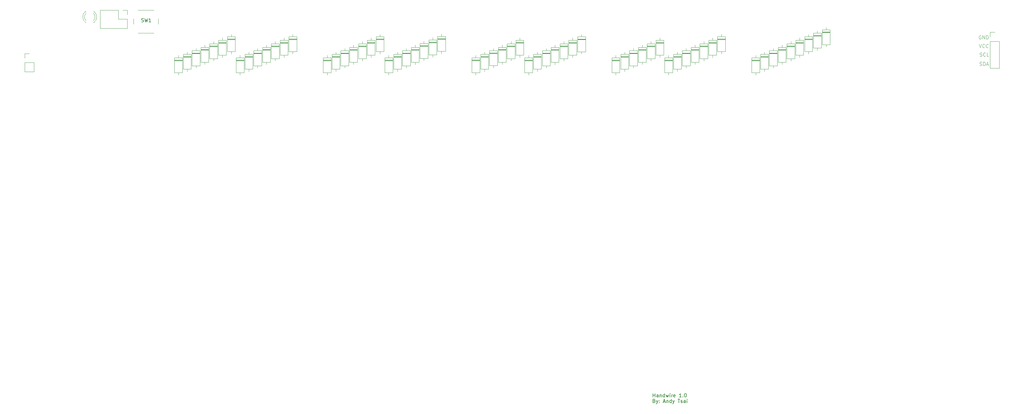
<source format=gto>
%TF.GenerationSoftware,KiCad,Pcbnew,(6.0.0)*%
%TF.CreationDate,2022-09-10T03:34:01-07:00*%
%TF.ProjectId,HandwireCustom,48616e64-7769-4726-9543-7573746f6d2e,rev?*%
%TF.SameCoordinates,Original*%
%TF.FileFunction,Legend,Top*%
%TF.FilePolarity,Positive*%
%FSLAX46Y46*%
G04 Gerber Fmt 4.6, Leading zero omitted, Abs format (unit mm)*
G04 Created by KiCad (PCBNEW (6.0.0)) date 2022-09-10 03:34:01*
%MOMM*%
%LPD*%
G01*
G04 APERTURE LIST*
%ADD10C,0.100000*%
%ADD11C,0.150000*%
%ADD12C,0.120000*%
%ADD13C,1.750000*%
%ADD14C,3.000000*%
%ADD15C,3.987800*%
%ADD16R,1.600000X1.600000*%
%ADD17O,1.600000X1.600000*%
%ADD18C,3.048000*%
%ADD19R,1.700000X1.700000*%
%ADD20O,1.700000X1.700000*%
%ADD21C,2.000000*%
%ADD22C,2.200000*%
%ADD23R,1.800000X1.800000*%
%ADD24C,1.800000*%
%ADD25R,1.905000X2.000000*%
%ADD26O,1.905000X2.000000*%
%ADD27C,0.650000*%
%ADD28O,1.000000X2.100000*%
%ADD29O,1.000000X1.600000*%
G04 APERTURE END LIST*
D10*
X341385714Y-101054761D02*
X341528571Y-101102380D01*
X341766666Y-101102380D01*
X341861904Y-101054761D01*
X341909523Y-101007142D01*
X341957142Y-100911904D01*
X341957142Y-100816666D01*
X341909523Y-100721428D01*
X341861904Y-100673809D01*
X341766666Y-100626190D01*
X341576190Y-100578571D01*
X341480952Y-100530952D01*
X341433333Y-100483333D01*
X341385714Y-100388095D01*
X341385714Y-100292857D01*
X341433333Y-100197619D01*
X341480952Y-100150000D01*
X341576190Y-100102380D01*
X341814285Y-100102380D01*
X341957142Y-100150000D01*
X342385714Y-101102380D02*
X342385714Y-100102380D01*
X342623809Y-100102380D01*
X342766666Y-100150000D01*
X342861904Y-100245238D01*
X342909523Y-100340476D01*
X342957142Y-100530952D01*
X342957142Y-100673809D01*
X342909523Y-100864285D01*
X342861904Y-100959523D01*
X342766666Y-101054761D01*
X342623809Y-101102380D01*
X342385714Y-101102380D01*
X343338095Y-100816666D02*
X343814285Y-100816666D01*
X343242857Y-101102380D02*
X343576190Y-100102380D01*
X343909523Y-101102380D01*
X341216666Y-95002380D02*
X341550000Y-96002380D01*
X341883333Y-95002380D01*
X342788095Y-95907142D02*
X342740476Y-95954761D01*
X342597619Y-96002380D01*
X342502380Y-96002380D01*
X342359523Y-95954761D01*
X342264285Y-95859523D01*
X342216666Y-95764285D01*
X342169047Y-95573809D01*
X342169047Y-95430952D01*
X342216666Y-95240476D01*
X342264285Y-95145238D01*
X342359523Y-95050000D01*
X342502380Y-95002380D01*
X342597619Y-95002380D01*
X342740476Y-95050000D01*
X342788095Y-95097619D01*
X343788095Y-95907142D02*
X343740476Y-95954761D01*
X343597619Y-96002380D01*
X343502380Y-96002380D01*
X343359523Y-95954761D01*
X343264285Y-95859523D01*
X343216666Y-95764285D01*
X343169047Y-95573809D01*
X343169047Y-95430952D01*
X343216666Y-95240476D01*
X343264285Y-95145238D01*
X343359523Y-95050000D01*
X343502380Y-95002380D01*
X343597619Y-95002380D01*
X343740476Y-95050000D01*
X343788095Y-95097619D01*
X341738095Y-92600000D02*
X341642857Y-92552380D01*
X341500000Y-92552380D01*
X341357142Y-92600000D01*
X341261904Y-92695238D01*
X341214285Y-92790476D01*
X341166666Y-92980952D01*
X341166666Y-93123809D01*
X341214285Y-93314285D01*
X341261904Y-93409523D01*
X341357142Y-93504761D01*
X341500000Y-93552380D01*
X341595238Y-93552380D01*
X341738095Y-93504761D01*
X341785714Y-93457142D01*
X341785714Y-93123809D01*
X341595238Y-93123809D01*
X342214285Y-93552380D02*
X342214285Y-92552380D01*
X342785714Y-93552380D01*
X342785714Y-92552380D01*
X343261904Y-93552380D02*
X343261904Y-92552380D01*
X343500000Y-92552380D01*
X343642857Y-92600000D01*
X343738095Y-92695238D01*
X343785714Y-92790476D01*
X343833333Y-92980952D01*
X343833333Y-93123809D01*
X343785714Y-93314285D01*
X343738095Y-93409523D01*
X343642857Y-93504761D01*
X343500000Y-93552380D01*
X343261904Y-93552380D01*
D11*
X248585595Y-195397380D02*
X248585595Y-194397380D01*
X248585595Y-194873571D02*
X249157023Y-194873571D01*
X249157023Y-195397380D02*
X249157023Y-194397380D01*
X250061785Y-195397380D02*
X250061785Y-194873571D01*
X250014166Y-194778333D01*
X249918928Y-194730714D01*
X249728452Y-194730714D01*
X249633214Y-194778333D01*
X250061785Y-195349761D02*
X249966547Y-195397380D01*
X249728452Y-195397380D01*
X249633214Y-195349761D01*
X249585595Y-195254523D01*
X249585595Y-195159285D01*
X249633214Y-195064047D01*
X249728452Y-195016428D01*
X249966547Y-195016428D01*
X250061785Y-194968809D01*
X250537976Y-194730714D02*
X250537976Y-195397380D01*
X250537976Y-194825952D02*
X250585595Y-194778333D01*
X250680833Y-194730714D01*
X250823690Y-194730714D01*
X250918928Y-194778333D01*
X250966547Y-194873571D01*
X250966547Y-195397380D01*
X251871309Y-195397380D02*
X251871309Y-194397380D01*
X251871309Y-195349761D02*
X251776071Y-195397380D01*
X251585595Y-195397380D01*
X251490357Y-195349761D01*
X251442738Y-195302142D01*
X251395119Y-195206904D01*
X251395119Y-194921190D01*
X251442738Y-194825952D01*
X251490357Y-194778333D01*
X251585595Y-194730714D01*
X251776071Y-194730714D01*
X251871309Y-194778333D01*
X252252261Y-194730714D02*
X252442738Y-195397380D01*
X252633214Y-194921190D01*
X252823690Y-195397380D01*
X253014166Y-194730714D01*
X253395119Y-195397380D02*
X253395119Y-194730714D01*
X253395119Y-194397380D02*
X253347500Y-194445000D01*
X253395119Y-194492619D01*
X253442738Y-194445000D01*
X253395119Y-194397380D01*
X253395119Y-194492619D01*
X253871309Y-195397380D02*
X253871309Y-194730714D01*
X253871309Y-194921190D02*
X253918928Y-194825952D01*
X253966547Y-194778333D01*
X254061785Y-194730714D01*
X254157023Y-194730714D01*
X254871309Y-195349761D02*
X254776071Y-195397380D01*
X254585595Y-195397380D01*
X254490357Y-195349761D01*
X254442738Y-195254523D01*
X254442738Y-194873571D01*
X254490357Y-194778333D01*
X254585595Y-194730714D01*
X254776071Y-194730714D01*
X254871309Y-194778333D01*
X254918928Y-194873571D01*
X254918928Y-194968809D01*
X254442738Y-195064047D01*
X256633214Y-195397380D02*
X256061785Y-195397380D01*
X256347500Y-195397380D02*
X256347500Y-194397380D01*
X256252261Y-194540238D01*
X256157023Y-194635476D01*
X256061785Y-194683095D01*
X257061785Y-195302142D02*
X257109404Y-195349761D01*
X257061785Y-195397380D01*
X257014166Y-195349761D01*
X257061785Y-195302142D01*
X257061785Y-195397380D01*
X257728452Y-194397380D02*
X257823690Y-194397380D01*
X257918928Y-194445000D01*
X257966547Y-194492619D01*
X258014166Y-194587857D01*
X258061785Y-194778333D01*
X258061785Y-195016428D01*
X258014166Y-195206904D01*
X257966547Y-195302142D01*
X257918928Y-195349761D01*
X257823690Y-195397380D01*
X257728452Y-195397380D01*
X257633214Y-195349761D01*
X257585595Y-195302142D01*
X257537976Y-195206904D01*
X257490357Y-195016428D01*
X257490357Y-194778333D01*
X257537976Y-194587857D01*
X257585595Y-194492619D01*
X257633214Y-194445000D01*
X257728452Y-194397380D01*
X248918928Y-196483571D02*
X249061785Y-196531190D01*
X249109404Y-196578809D01*
X249157023Y-196674047D01*
X249157023Y-196816904D01*
X249109404Y-196912142D01*
X249061785Y-196959761D01*
X248966547Y-197007380D01*
X248585595Y-197007380D01*
X248585595Y-196007380D01*
X248918928Y-196007380D01*
X249014166Y-196055000D01*
X249061785Y-196102619D01*
X249109404Y-196197857D01*
X249109404Y-196293095D01*
X249061785Y-196388333D01*
X249014166Y-196435952D01*
X248918928Y-196483571D01*
X248585595Y-196483571D01*
X249490357Y-196340714D02*
X249728452Y-197007380D01*
X249966547Y-196340714D02*
X249728452Y-197007380D01*
X249633214Y-197245476D01*
X249585595Y-197293095D01*
X249490357Y-197340714D01*
X250347500Y-196912142D02*
X250395119Y-196959761D01*
X250347500Y-197007380D01*
X250299880Y-196959761D01*
X250347500Y-196912142D01*
X250347500Y-197007380D01*
X250347500Y-196388333D02*
X250395119Y-196435952D01*
X250347500Y-196483571D01*
X250299880Y-196435952D01*
X250347500Y-196388333D01*
X250347500Y-196483571D01*
X251537976Y-196721666D02*
X252014166Y-196721666D01*
X251442738Y-197007380D02*
X251776071Y-196007380D01*
X252109404Y-197007380D01*
X252442738Y-196340714D02*
X252442738Y-197007380D01*
X252442738Y-196435952D02*
X252490357Y-196388333D01*
X252585595Y-196340714D01*
X252728452Y-196340714D01*
X252823690Y-196388333D01*
X252871309Y-196483571D01*
X252871309Y-197007380D01*
X253776071Y-197007380D02*
X253776071Y-196007380D01*
X253776071Y-196959761D02*
X253680833Y-197007380D01*
X253490357Y-197007380D01*
X253395119Y-196959761D01*
X253347500Y-196912142D01*
X253299880Y-196816904D01*
X253299880Y-196531190D01*
X253347500Y-196435952D01*
X253395119Y-196388333D01*
X253490357Y-196340714D01*
X253680833Y-196340714D01*
X253776071Y-196388333D01*
X254157023Y-196340714D02*
X254395119Y-197007380D01*
X254633214Y-196340714D02*
X254395119Y-197007380D01*
X254299880Y-197245476D01*
X254252261Y-197293095D01*
X254157023Y-197340714D01*
X255633214Y-196007380D02*
X256204642Y-196007380D01*
X255918928Y-197007380D02*
X255918928Y-196007380D01*
X256490357Y-196959761D02*
X256585595Y-197007380D01*
X256776071Y-197007380D01*
X256871309Y-196959761D01*
X256918928Y-196864523D01*
X256918928Y-196816904D01*
X256871309Y-196721666D01*
X256776071Y-196674047D01*
X256633214Y-196674047D01*
X256537976Y-196626428D01*
X256490357Y-196531190D01*
X256490357Y-196483571D01*
X256537976Y-196388333D01*
X256633214Y-196340714D01*
X256776071Y-196340714D01*
X256871309Y-196388333D01*
X257776071Y-197007380D02*
X257776071Y-196483571D01*
X257728452Y-196388333D01*
X257633214Y-196340714D01*
X257442738Y-196340714D01*
X257347500Y-196388333D01*
X257776071Y-196959761D02*
X257680833Y-197007380D01*
X257442738Y-197007380D01*
X257347500Y-196959761D01*
X257299880Y-196864523D01*
X257299880Y-196769285D01*
X257347500Y-196674047D01*
X257442738Y-196626428D01*
X257680833Y-196626428D01*
X257776071Y-196578809D01*
X258252261Y-197007380D02*
X258252261Y-196340714D01*
X258252261Y-196007380D02*
X258204642Y-196055000D01*
X258252261Y-196102619D01*
X258299880Y-196055000D01*
X258252261Y-196007380D01*
X258252261Y-196102619D01*
D10*
X341434523Y-98404761D02*
X341577380Y-98452380D01*
X341815476Y-98452380D01*
X341910714Y-98404761D01*
X341958333Y-98357142D01*
X342005952Y-98261904D01*
X342005952Y-98166666D01*
X341958333Y-98071428D01*
X341910714Y-98023809D01*
X341815476Y-97976190D01*
X341625000Y-97928571D01*
X341529761Y-97880952D01*
X341482142Y-97833333D01*
X341434523Y-97738095D01*
X341434523Y-97642857D01*
X341482142Y-97547619D01*
X341529761Y-97500000D01*
X341625000Y-97452380D01*
X341863095Y-97452380D01*
X342005952Y-97500000D01*
X343005952Y-98357142D02*
X342958333Y-98404761D01*
X342815476Y-98452380D01*
X342720238Y-98452380D01*
X342577380Y-98404761D01*
X342482142Y-98309523D01*
X342434523Y-98214285D01*
X342386904Y-98023809D01*
X342386904Y-97880952D01*
X342434523Y-97690476D01*
X342482142Y-97595238D01*
X342577380Y-97500000D01*
X342720238Y-97452380D01*
X342815476Y-97452380D01*
X342958333Y-97500000D01*
X343005952Y-97547619D01*
X343910714Y-98452380D02*
X343434523Y-98452380D01*
X343434523Y-97452380D01*
D11*
X103266666Y-88629761D02*
X103409523Y-88677380D01*
X103647619Y-88677380D01*
X103742857Y-88629761D01*
X103790476Y-88582142D01*
X103838095Y-88486904D01*
X103838095Y-88391666D01*
X103790476Y-88296428D01*
X103742857Y-88248809D01*
X103647619Y-88201190D01*
X103457142Y-88153571D01*
X103361904Y-88105952D01*
X103314285Y-88058333D01*
X103266666Y-87963095D01*
X103266666Y-87867857D01*
X103314285Y-87772619D01*
X103361904Y-87725000D01*
X103457142Y-87677380D01*
X103695238Y-87677380D01*
X103838095Y-87725000D01*
X104171428Y-87677380D02*
X104409523Y-88677380D01*
X104600000Y-87963095D01*
X104790476Y-88677380D01*
X105028571Y-87677380D01*
X105933333Y-88677380D02*
X105361904Y-88677380D01*
X105647619Y-88677380D02*
X105647619Y-87677380D01*
X105552380Y-87820238D01*
X105457142Y-87915476D01*
X105361904Y-87963095D01*
D12*
X264120000Y-95600000D02*
X261880000Y-95600000D01*
X264120000Y-95480000D02*
X261880000Y-95480000D01*
X264120000Y-99120000D02*
X264120000Y-94880000D01*
X263000000Y-94230000D02*
X263000000Y-94880000D01*
X261880000Y-99120000D02*
X264120000Y-99120000D01*
X263000000Y-99770000D02*
X263000000Y-99120000D01*
X261880000Y-94880000D02*
X261880000Y-99120000D01*
X264120000Y-94880000D02*
X261880000Y-94880000D01*
X264120000Y-95720000D02*
X261880000Y-95720000D01*
X285240000Y-100770000D02*
X285240000Y-100120000D01*
X286360000Y-100120000D02*
X286360000Y-95880000D01*
X286360000Y-96480000D02*
X284120000Y-96480000D01*
X286360000Y-96720000D02*
X284120000Y-96720000D01*
X284120000Y-100120000D02*
X286360000Y-100120000D01*
X286360000Y-96600000D02*
X284120000Y-96600000D01*
X286360000Y-95880000D02*
X284120000Y-95880000D01*
X285240000Y-95230000D02*
X285240000Y-95880000D01*
X284120000Y-95880000D02*
X284120000Y-100120000D01*
X141240000Y-99760000D02*
X141240000Y-99110000D01*
X141240000Y-94220000D02*
X141240000Y-94870000D01*
X140120000Y-94870000D02*
X140120000Y-99110000D01*
X142360000Y-94870000D02*
X140120000Y-94870000D01*
X142360000Y-95710000D02*
X140120000Y-95710000D01*
X142360000Y-99110000D02*
X142360000Y-94870000D01*
X142360000Y-95590000D02*
X140120000Y-95590000D01*
X140120000Y-99110000D02*
X142360000Y-99110000D01*
X142360000Y-95470000D02*
X140120000Y-95470000D01*
X288860000Y-95480000D02*
X286620000Y-95480000D01*
X286620000Y-99120000D02*
X288860000Y-99120000D01*
X287740000Y-94230000D02*
X287740000Y-94880000D01*
X286620000Y-94880000D02*
X286620000Y-99120000D01*
X287740000Y-99770000D02*
X287740000Y-99120000D01*
X288860000Y-95720000D02*
X286620000Y-95720000D01*
X288860000Y-99120000D02*
X288860000Y-94880000D01*
X288860000Y-95600000D02*
X286620000Y-95600000D01*
X288860000Y-94880000D02*
X286620000Y-94880000D01*
X249380000Y-98120000D02*
X251620000Y-98120000D01*
X251620000Y-93880000D02*
X249380000Y-93880000D01*
X251620000Y-94600000D02*
X249380000Y-94600000D01*
X251620000Y-94720000D02*
X249380000Y-94720000D01*
X251620000Y-98120000D02*
X251620000Y-93880000D01*
X250500000Y-98770000D02*
X250500000Y-98120000D01*
X250500000Y-93230000D02*
X250500000Y-93880000D01*
X251620000Y-94480000D02*
X249380000Y-94480000D01*
X249380000Y-93880000D02*
X249380000Y-98120000D01*
X147360000Y-92880000D02*
X145120000Y-92880000D01*
X147360000Y-93600000D02*
X145120000Y-93600000D01*
X147360000Y-97120000D02*
X147360000Y-92880000D01*
X146240000Y-92230000D02*
X146240000Y-92880000D01*
X147360000Y-93480000D02*
X145120000Y-93480000D01*
X145120000Y-92880000D02*
X145120000Y-97120000D01*
X145120000Y-97120000D02*
X147360000Y-97120000D01*
X147360000Y-93720000D02*
X145120000Y-93720000D01*
X146240000Y-97770000D02*
X146240000Y-97120000D01*
X297770000Y-95770000D02*
X297770000Y-95120000D01*
X298890000Y-91600000D02*
X296650000Y-91600000D01*
X296650000Y-95120000D02*
X298890000Y-95120000D01*
X298890000Y-95120000D02*
X298890000Y-90880000D01*
X297770000Y-90230000D02*
X297770000Y-90880000D01*
X298890000Y-91480000D02*
X296650000Y-91480000D01*
X298890000Y-91720000D02*
X296650000Y-91720000D01*
X298890000Y-90880000D02*
X296650000Y-90880000D01*
X296650000Y-90880000D02*
X296650000Y-95120000D01*
X137620000Y-95870000D02*
X137620000Y-100110000D01*
X139860000Y-100110000D02*
X139860000Y-95870000D01*
X138740000Y-95220000D02*
X138740000Y-95870000D01*
X138740000Y-100760000D02*
X138740000Y-100110000D01*
X137620000Y-100110000D02*
X139860000Y-100110000D01*
X139860000Y-95870000D02*
X137620000Y-95870000D01*
X139860000Y-96590000D02*
X137620000Y-96590000D01*
X139860000Y-96470000D02*
X137620000Y-96470000D01*
X139860000Y-96710000D02*
X137620000Y-96710000D01*
X266620000Y-98120000D02*
X266620000Y-93880000D01*
X266620000Y-94720000D02*
X264380000Y-94720000D01*
X265500000Y-93230000D02*
X265500000Y-93880000D01*
X265500000Y-98770000D02*
X265500000Y-98120000D01*
X266620000Y-94600000D02*
X264380000Y-94600000D01*
X266620000Y-93880000D02*
X264380000Y-93880000D01*
X264380000Y-93880000D02*
X264380000Y-98120000D01*
X264380000Y-98120000D02*
X266620000Y-98120000D01*
X266620000Y-94480000D02*
X264380000Y-94480000D01*
X224610000Y-93880000D02*
X224610000Y-98120000D01*
X224610000Y-98120000D02*
X226850000Y-98120000D01*
X225730000Y-98770000D02*
X225730000Y-98120000D01*
X226850000Y-94600000D02*
X224610000Y-94600000D01*
X225730000Y-93230000D02*
X225730000Y-93880000D01*
X226850000Y-94720000D02*
X224610000Y-94720000D01*
X226850000Y-93880000D02*
X224610000Y-93880000D01*
X226850000Y-98120000D02*
X226850000Y-93880000D01*
X226850000Y-94480000D02*
X224610000Y-94480000D01*
X256620000Y-102120000D02*
X256620000Y-97880000D01*
X256620000Y-98720000D02*
X254380000Y-98720000D01*
X254380000Y-97880000D02*
X254380000Y-102120000D01*
X256620000Y-97880000D02*
X254380000Y-97880000D01*
X254380000Y-102120000D02*
X256620000Y-102120000D01*
X255500000Y-102770000D02*
X255500000Y-102120000D01*
X256620000Y-98600000D02*
X254380000Y-98600000D01*
X256620000Y-98480000D02*
X254380000Y-98480000D01*
X255500000Y-97230000D02*
X255500000Y-97880000D01*
X244120000Y-101120000D02*
X244120000Y-96880000D01*
X241880000Y-101120000D02*
X244120000Y-101120000D01*
X244120000Y-96880000D02*
X241880000Y-96880000D01*
X243000000Y-96230000D02*
X243000000Y-96880000D01*
X244120000Y-97600000D02*
X241880000Y-97600000D01*
X243000000Y-101770000D02*
X243000000Y-101120000D01*
X241880000Y-96880000D02*
X241880000Y-101120000D01*
X244120000Y-97480000D02*
X241880000Y-97480000D01*
X244120000Y-97720000D02*
X241880000Y-97720000D01*
X183490000Y-94130000D02*
X183490000Y-94780000D01*
X182370000Y-99020000D02*
X184610000Y-99020000D01*
X183490000Y-99670000D02*
X183490000Y-99020000D01*
X182370000Y-94780000D02*
X182370000Y-99020000D01*
X184610000Y-94780000D02*
X182370000Y-94780000D01*
X184610000Y-95500000D02*
X182370000Y-95500000D01*
X184610000Y-95620000D02*
X182370000Y-95620000D01*
X184610000Y-95380000D02*
X182370000Y-95380000D01*
X184610000Y-99020000D02*
X184610000Y-94780000D01*
X184870000Y-98020000D02*
X187110000Y-98020000D01*
X187110000Y-98020000D02*
X187110000Y-93780000D01*
X187110000Y-94500000D02*
X184870000Y-94500000D01*
X184870000Y-93780000D02*
X184870000Y-98020000D01*
X185990000Y-98670000D02*
X185990000Y-98020000D01*
X187110000Y-94380000D02*
X184870000Y-94380000D01*
X187110000Y-93780000D02*
X184870000Y-93780000D01*
X185990000Y-93130000D02*
X185990000Y-93780000D01*
X187110000Y-94620000D02*
X184870000Y-94620000D01*
X124860000Y-94870000D02*
X122620000Y-94870000D01*
X124860000Y-95470000D02*
X122620000Y-95470000D01*
X124860000Y-95710000D02*
X122620000Y-95710000D01*
X124860000Y-99110000D02*
X124860000Y-94870000D01*
X122620000Y-94870000D02*
X122620000Y-99110000D01*
X123740000Y-94220000D02*
X123740000Y-94870000D01*
X122620000Y-99110000D02*
X124860000Y-99110000D01*
X123740000Y-99760000D02*
X123740000Y-99110000D01*
X124860000Y-95590000D02*
X122620000Y-95590000D01*
X167110000Y-95600000D02*
X164870000Y-95600000D01*
X167110000Y-99120000D02*
X167110000Y-94880000D01*
X167110000Y-94880000D02*
X164870000Y-94880000D01*
X164870000Y-94880000D02*
X164870000Y-99120000D01*
X167110000Y-95480000D02*
X164870000Y-95480000D01*
X165990000Y-99770000D02*
X165990000Y-99120000D01*
X165990000Y-94230000D02*
X165990000Y-94880000D01*
X167110000Y-95720000D02*
X164870000Y-95720000D01*
X164870000Y-99120000D02*
X167110000Y-99120000D01*
X179610000Y-101120000D02*
X179610000Y-96880000D01*
X179610000Y-97480000D02*
X177370000Y-97480000D01*
X178490000Y-101770000D02*
X178490000Y-101120000D01*
X179610000Y-97600000D02*
X177370000Y-97600000D01*
X178490000Y-96230000D02*
X178490000Y-96880000D01*
X177370000Y-101120000D02*
X179610000Y-101120000D01*
X179610000Y-96880000D02*
X177370000Y-96880000D01*
X179610000Y-97720000D02*
X177370000Y-97720000D01*
X177370000Y-96880000D02*
X177370000Y-101120000D01*
X283860000Y-96880000D02*
X281620000Y-96880000D01*
X281620000Y-96880000D02*
X281620000Y-101120000D01*
X283860000Y-97600000D02*
X281620000Y-97600000D01*
X282740000Y-101770000D02*
X282740000Y-101120000D01*
X283860000Y-101120000D02*
X283860000Y-96880000D01*
X282740000Y-96230000D02*
X282740000Y-96880000D01*
X283860000Y-97720000D02*
X281620000Y-97720000D01*
X283860000Y-97480000D02*
X281620000Y-97480000D01*
X281620000Y-101120000D02*
X283860000Y-101120000D01*
X122360000Y-96710000D02*
X120120000Y-96710000D01*
X120120000Y-100110000D02*
X122360000Y-100110000D01*
X121240000Y-100760000D02*
X121240000Y-100110000D01*
X122360000Y-95870000D02*
X120120000Y-95870000D01*
X122360000Y-96590000D02*
X120120000Y-96590000D01*
X121240000Y-95220000D02*
X121240000Y-95870000D01*
X120120000Y-95870000D02*
X120120000Y-100110000D01*
X122360000Y-100110000D02*
X122360000Y-95870000D01*
X122360000Y-96470000D02*
X120120000Y-96470000D01*
X99230000Y-87895000D02*
X99230000Y-90495000D01*
X96630000Y-87895000D02*
X99230000Y-87895000D01*
X97900000Y-85295000D02*
X99230000Y-85295000D01*
X96630000Y-85295000D02*
X96630000Y-87895000D01*
X91490000Y-85295000D02*
X91490000Y-90495000D01*
X99230000Y-85295000D02*
X99230000Y-86625000D01*
X96630000Y-85295000D02*
X91490000Y-85295000D01*
X99230000Y-90495000D02*
X91490000Y-90495000D01*
X114860000Y-103120000D02*
X114860000Y-98880000D01*
X114860000Y-99720000D02*
X112620000Y-99720000D01*
X113740000Y-103770000D02*
X113740000Y-103120000D01*
X113740000Y-98230000D02*
X113740000Y-98880000D01*
X114860000Y-98880000D02*
X112620000Y-98880000D01*
X112620000Y-103120000D02*
X114860000Y-103120000D01*
X112620000Y-98880000D02*
X112620000Y-103120000D01*
X114860000Y-99480000D02*
X112620000Y-99480000D01*
X114860000Y-99600000D02*
X112620000Y-99600000D01*
X229390000Y-97140000D02*
X229390000Y-92900000D01*
X229390000Y-93740000D02*
X227150000Y-93740000D01*
X229390000Y-93500000D02*
X227150000Y-93500000D01*
X227150000Y-92900000D02*
X227150000Y-97140000D01*
X229390000Y-92900000D02*
X227150000Y-92900000D01*
X229390000Y-93620000D02*
X227150000Y-93620000D01*
X227150000Y-97140000D02*
X229390000Y-97140000D01*
X228270000Y-97790000D02*
X228270000Y-97140000D01*
X228270000Y-92250000D02*
X228270000Y-92900000D01*
X278860000Y-98880000D02*
X276620000Y-98880000D01*
X277740000Y-103770000D02*
X277740000Y-103120000D01*
X277740000Y-98230000D02*
X277740000Y-98880000D01*
X278860000Y-99720000D02*
X276620000Y-99720000D01*
X276620000Y-98880000D02*
X276620000Y-103120000D01*
X276620000Y-103120000D02*
X278860000Y-103120000D01*
X278860000Y-99600000D02*
X276620000Y-99600000D01*
X278860000Y-99480000D02*
X276620000Y-99480000D01*
X278860000Y-103120000D02*
X278860000Y-98880000D01*
X143740000Y-93230000D02*
X143740000Y-93880000D01*
X144860000Y-94480000D02*
X142620000Y-94480000D01*
X144860000Y-94600000D02*
X142620000Y-94600000D01*
X142620000Y-93880000D02*
X142620000Y-98120000D01*
X143740000Y-98770000D02*
X143740000Y-98120000D01*
X144860000Y-93880000D02*
X142620000Y-93880000D01*
X144860000Y-98120000D02*
X144860000Y-93880000D01*
X144860000Y-94720000D02*
X142620000Y-94720000D01*
X142620000Y-98120000D02*
X144860000Y-98120000D01*
X216850000Y-97880000D02*
X214610000Y-97880000D01*
X216850000Y-98600000D02*
X214610000Y-98600000D01*
X215730000Y-97230000D02*
X215730000Y-97880000D01*
X214610000Y-102120000D02*
X216850000Y-102120000D01*
X216850000Y-98480000D02*
X214610000Y-98480000D01*
X216850000Y-98720000D02*
X214610000Y-98720000D01*
X214610000Y-97880000D02*
X214610000Y-102120000D01*
X215730000Y-102770000D02*
X215730000Y-102120000D01*
X216850000Y-102120000D02*
X216850000Y-97880000D01*
X168490000Y-93230000D02*
X168490000Y-93880000D01*
X169610000Y-94480000D02*
X167370000Y-94480000D01*
X168490000Y-98770000D02*
X168490000Y-98120000D01*
X169610000Y-94600000D02*
X167370000Y-94600000D01*
X169610000Y-93880000D02*
X167370000Y-93880000D01*
X169610000Y-94720000D02*
X167370000Y-94720000D01*
X167370000Y-98120000D02*
X169610000Y-98120000D01*
X167370000Y-93880000D02*
X167370000Y-98120000D01*
X169610000Y-98120000D02*
X169610000Y-93880000D01*
X127360000Y-94720000D02*
X125120000Y-94720000D01*
X127360000Y-94480000D02*
X125120000Y-94480000D01*
X125120000Y-93880000D02*
X125120000Y-98120000D01*
X127360000Y-94600000D02*
X125120000Y-94600000D01*
X127360000Y-93880000D02*
X125120000Y-93880000D01*
X126240000Y-93230000D02*
X126240000Y-93880000D01*
X125120000Y-98120000D02*
X127360000Y-98120000D01*
X126240000Y-98770000D02*
X126240000Y-98120000D01*
X127360000Y-98120000D02*
X127360000Y-93880000D01*
X203230000Y-96220000D02*
X203230000Y-96870000D01*
X204350000Y-101110000D02*
X204350000Y-96870000D01*
X204350000Y-96870000D02*
X202110000Y-96870000D01*
X202110000Y-96870000D02*
X202110000Y-101110000D01*
X204350000Y-97590000D02*
X202110000Y-97590000D01*
X204350000Y-97470000D02*
X202110000Y-97470000D01*
X204350000Y-97710000D02*
X202110000Y-97710000D01*
X202110000Y-101110000D02*
X204350000Y-101110000D01*
X203230000Y-101760000D02*
X203230000Y-101110000D01*
X344320000Y-92925000D02*
X344320000Y-91595000D01*
X344320000Y-94195000D02*
X346980000Y-94195000D01*
X344320000Y-91595000D02*
X345650000Y-91595000D01*
X344320000Y-101875000D02*
X346980000Y-101875000D01*
X346980000Y-94195000D02*
X346980000Y-101875000D01*
X344320000Y-94195000D02*
X344320000Y-101875000D01*
X154860000Y-98880000D02*
X154860000Y-103120000D01*
X154860000Y-103120000D02*
X157100000Y-103120000D01*
X157100000Y-99480000D02*
X154860000Y-99480000D01*
X157100000Y-99720000D02*
X154860000Y-99720000D01*
X157100000Y-99600000D02*
X154860000Y-99600000D01*
X155980000Y-98230000D02*
X155980000Y-98880000D01*
X155980000Y-103770000D02*
X155980000Y-103120000D01*
X157100000Y-103120000D02*
X157100000Y-98880000D01*
X157100000Y-98880000D02*
X154860000Y-98880000D01*
X175990000Y-97230000D02*
X175990000Y-97880000D01*
X174870000Y-97880000D02*
X174870000Y-102120000D01*
X174870000Y-102120000D02*
X177110000Y-102120000D01*
X177110000Y-97880000D02*
X174870000Y-97880000D01*
X177110000Y-98600000D02*
X174870000Y-98600000D01*
X177110000Y-98480000D02*
X174870000Y-98480000D01*
X177110000Y-102120000D02*
X177110000Y-97880000D01*
X177110000Y-98720000D02*
X174870000Y-98720000D01*
X175990000Y-102770000D02*
X175990000Y-102120000D01*
X108025000Y-89325000D02*
X108025000Y-87825000D01*
X102275000Y-91825000D02*
X106775000Y-91825000D01*
X101025000Y-87825000D02*
X101025000Y-89325000D01*
X106775000Y-85325000D02*
X102275000Y-85325000D01*
X218230000Y-96230000D02*
X218230000Y-96880000D01*
X219350000Y-101120000D02*
X219350000Y-96880000D01*
X219350000Y-97600000D02*
X217110000Y-97600000D01*
X219350000Y-97720000D02*
X217110000Y-97720000D01*
X219350000Y-96880000D02*
X217110000Y-96880000D01*
X217110000Y-101120000D02*
X219350000Y-101120000D01*
X218230000Y-101770000D02*
X218230000Y-101120000D01*
X217110000Y-96880000D02*
X217110000Y-101120000D01*
X219350000Y-97480000D02*
X217110000Y-97480000D01*
X291360000Y-98120000D02*
X291360000Y-93880000D01*
X289120000Y-93880000D02*
X289120000Y-98120000D01*
X291360000Y-94480000D02*
X289120000Y-94480000D01*
X289120000Y-98120000D02*
X291360000Y-98120000D01*
X291360000Y-94600000D02*
X289120000Y-94600000D01*
X291360000Y-93880000D02*
X289120000Y-93880000D01*
X291360000Y-94720000D02*
X289120000Y-94720000D01*
X290240000Y-93230000D02*
X290240000Y-93880000D01*
X290240000Y-98770000D02*
X290240000Y-98120000D01*
X158490000Y-97230000D02*
X158490000Y-97880000D01*
X158490000Y-102770000D02*
X158490000Y-102120000D01*
X159610000Y-97880000D02*
X157370000Y-97880000D01*
X157370000Y-102120000D02*
X159610000Y-102120000D01*
X159610000Y-102120000D02*
X159610000Y-97880000D01*
X159610000Y-98480000D02*
X157370000Y-98480000D01*
X159610000Y-98720000D02*
X157370000Y-98720000D01*
X159610000Y-98600000D02*
X157370000Y-98600000D01*
X157370000Y-97880000D02*
X157370000Y-102120000D01*
X281360000Y-98600000D02*
X279120000Y-98600000D01*
X281360000Y-98720000D02*
X279120000Y-98720000D01*
X280240000Y-102770000D02*
X280240000Y-102120000D01*
X279120000Y-102120000D02*
X281360000Y-102120000D01*
X281360000Y-98480000D02*
X279120000Y-98480000D01*
X280240000Y-97230000D02*
X280240000Y-97880000D01*
X279120000Y-97880000D02*
X279120000Y-102120000D01*
X281360000Y-97880000D02*
X279120000Y-97880000D01*
X281360000Y-102120000D02*
X281360000Y-97880000D01*
X199340000Y-99580000D02*
X197100000Y-99580000D01*
X199340000Y-99460000D02*
X197100000Y-99460000D01*
X197100000Y-98860000D02*
X197100000Y-103100000D01*
X197100000Y-103100000D02*
X199340000Y-103100000D01*
X199340000Y-99700000D02*
X197100000Y-99700000D01*
X198220000Y-103750000D02*
X198220000Y-103100000D01*
X199340000Y-103100000D02*
X199340000Y-98860000D01*
X198220000Y-98210000D02*
X198220000Y-98860000D01*
X199340000Y-98860000D02*
X197100000Y-98860000D01*
X205730000Y-100760000D02*
X205730000Y-100110000D01*
X206850000Y-95870000D02*
X204610000Y-95870000D01*
X206850000Y-100110000D02*
X206850000Y-95870000D01*
X204610000Y-100110000D02*
X206850000Y-100110000D01*
X206850000Y-96470000D02*
X204610000Y-96470000D01*
X204610000Y-95870000D02*
X204610000Y-100110000D01*
X206850000Y-96710000D02*
X204610000Y-96710000D01*
X206850000Y-96590000D02*
X204610000Y-96590000D01*
X205730000Y-95220000D02*
X205730000Y-95870000D01*
X129860000Y-93720000D02*
X127620000Y-93720000D01*
X129860000Y-92880000D02*
X127620000Y-92880000D01*
X127620000Y-97120000D02*
X129860000Y-97120000D01*
X129860000Y-93600000D02*
X127620000Y-93600000D01*
X129860000Y-97120000D02*
X129860000Y-92880000D01*
X128740000Y-97770000D02*
X128740000Y-97120000D01*
X127620000Y-92880000D02*
X127620000Y-97120000D01*
X128740000Y-92230000D02*
X128740000Y-92880000D01*
X129860000Y-93480000D02*
X127620000Y-93480000D01*
X239120000Y-98880000D02*
X236880000Y-98880000D01*
X239120000Y-99600000D02*
X236880000Y-99600000D01*
X239120000Y-99480000D02*
X236880000Y-99480000D01*
X238000000Y-98230000D02*
X238000000Y-98880000D01*
X239120000Y-103120000D02*
X239120000Y-98880000D01*
X236880000Y-98880000D02*
X236880000Y-103120000D01*
X239120000Y-99720000D02*
X236880000Y-99720000D01*
X238000000Y-103770000D02*
X238000000Y-103120000D01*
X236880000Y-103120000D02*
X239120000Y-103120000D01*
X162110000Y-97720000D02*
X159870000Y-97720000D01*
X159870000Y-96880000D02*
X159870000Y-101120000D01*
X160990000Y-101770000D02*
X160990000Y-101120000D01*
X159870000Y-101120000D02*
X162110000Y-101120000D01*
X162110000Y-97480000D02*
X159870000Y-97480000D01*
X162110000Y-101120000D02*
X162110000Y-96880000D01*
X162110000Y-96880000D02*
X159870000Y-96880000D01*
X160990000Y-96230000D02*
X160990000Y-96880000D01*
X162110000Y-97600000D02*
X159870000Y-97600000D01*
X240500000Y-102780000D02*
X240500000Y-102130000D01*
X241620000Y-97890000D02*
X239380000Y-97890000D01*
X241620000Y-98610000D02*
X239380000Y-98610000D01*
X240500000Y-97240000D02*
X240500000Y-97890000D01*
X241620000Y-98490000D02*
X239380000Y-98490000D01*
X239380000Y-102130000D02*
X241620000Y-102130000D01*
X241620000Y-98730000D02*
X239380000Y-98730000D01*
X241620000Y-102130000D02*
X241620000Y-97890000D01*
X239380000Y-97890000D02*
X239380000Y-102130000D01*
X259120000Y-96880000D02*
X256880000Y-96880000D01*
X258000000Y-96230000D02*
X258000000Y-96880000D01*
X256880000Y-101120000D02*
X259120000Y-101120000D01*
X259120000Y-97480000D02*
X256880000Y-97480000D01*
X259120000Y-97600000D02*
X256880000Y-97600000D01*
X259120000Y-101120000D02*
X259120000Y-96880000D01*
X259120000Y-97720000D02*
X256880000Y-97720000D01*
X258000000Y-101770000D02*
X258000000Y-101120000D01*
X256880000Y-96880000D02*
X256880000Y-101120000D01*
X137360000Y-97480000D02*
X135120000Y-97480000D01*
X135120000Y-101120000D02*
X137360000Y-101120000D01*
X137360000Y-97720000D02*
X135120000Y-97720000D01*
X136240000Y-96230000D02*
X136240000Y-96880000D01*
X137360000Y-101120000D02*
X137360000Y-96880000D01*
X137360000Y-97600000D02*
X135120000Y-97600000D01*
X137360000Y-96880000D02*
X135120000Y-96880000D01*
X136240000Y-101770000D02*
X136240000Y-101120000D01*
X135120000Y-96880000D02*
X135120000Y-101120000D01*
X246880000Y-94880000D02*
X246880000Y-99120000D01*
X246880000Y-99120000D02*
X249120000Y-99120000D01*
X249120000Y-95720000D02*
X246880000Y-95720000D01*
X248000000Y-94230000D02*
X248000000Y-94880000D01*
X249120000Y-99120000D02*
X249120000Y-94880000D01*
X249120000Y-95480000D02*
X246880000Y-95480000D01*
X248000000Y-99770000D02*
X248000000Y-99120000D01*
X249120000Y-95600000D02*
X246880000Y-95600000D01*
X249120000Y-94880000D02*
X246880000Y-94880000D01*
X200730000Y-102770000D02*
X200730000Y-102120000D01*
X200730000Y-97230000D02*
X200730000Y-97880000D01*
X201850000Y-98600000D02*
X199610000Y-98600000D01*
X201850000Y-98480000D02*
X199610000Y-98480000D01*
X199610000Y-102120000D02*
X201850000Y-102120000D01*
X199610000Y-97880000D02*
X199610000Y-102120000D01*
X201850000Y-98720000D02*
X199610000Y-98720000D01*
X201850000Y-102120000D02*
X201850000Y-97880000D01*
X201850000Y-97880000D02*
X199610000Y-97880000D01*
X189610000Y-92780000D02*
X187370000Y-92780000D01*
X187370000Y-97020000D02*
X189610000Y-97020000D01*
X188490000Y-92130000D02*
X188490000Y-92780000D01*
X189610000Y-93380000D02*
X187370000Y-93380000D01*
X187370000Y-92780000D02*
X187370000Y-97020000D01*
X189610000Y-97020000D02*
X189610000Y-92780000D01*
X189610000Y-93620000D02*
X187370000Y-93620000D01*
X188490000Y-97670000D02*
X188490000Y-97020000D01*
X189610000Y-93500000D02*
X187370000Y-93500000D01*
X130120000Y-98880000D02*
X130120000Y-103120000D01*
X132360000Y-99600000D02*
X130120000Y-99600000D01*
X132360000Y-99480000D02*
X130120000Y-99480000D01*
X132360000Y-103120000D02*
X132360000Y-98880000D01*
X131240000Y-103770000D02*
X131240000Y-103120000D01*
X132360000Y-99720000D02*
X130120000Y-99720000D01*
X131240000Y-98230000D02*
X131240000Y-98880000D01*
X130120000Y-103120000D02*
X132360000Y-103120000D01*
X132360000Y-98880000D02*
X130120000Y-98880000D01*
X116240000Y-97230000D02*
X116240000Y-97880000D01*
X117360000Y-98480000D02*
X115120000Y-98480000D01*
X117360000Y-98720000D02*
X115120000Y-98720000D01*
X117360000Y-97880000D02*
X115120000Y-97880000D01*
X117360000Y-98600000D02*
X115120000Y-98600000D01*
X117360000Y-102120000D02*
X117360000Y-97880000D01*
X116240000Y-102770000D02*
X116240000Y-102120000D01*
X115120000Y-97880000D02*
X115120000Y-102120000D01*
X115120000Y-102120000D02*
X117360000Y-102120000D01*
X209350000Y-94870000D02*
X207110000Y-94870000D01*
X209350000Y-95710000D02*
X207110000Y-95710000D01*
X209350000Y-99110000D02*
X209350000Y-94870000D01*
X208230000Y-94220000D02*
X208230000Y-94870000D01*
X208230000Y-99760000D02*
X208230000Y-99110000D01*
X207110000Y-94870000D02*
X207110000Y-99110000D01*
X209350000Y-95470000D02*
X207110000Y-95470000D01*
X207110000Y-99110000D02*
X209350000Y-99110000D01*
X209350000Y-95590000D02*
X207110000Y-95590000D01*
X119860000Y-101120000D02*
X119860000Y-96880000D01*
X119860000Y-96880000D02*
X117620000Y-96880000D01*
X117620000Y-96880000D02*
X117620000Y-101120000D01*
X117620000Y-101120000D02*
X119860000Y-101120000D01*
X119860000Y-97720000D02*
X117620000Y-97720000D01*
X118740000Y-96230000D02*
X118740000Y-96880000D01*
X118740000Y-101770000D02*
X118740000Y-101120000D01*
X119860000Y-97600000D02*
X117620000Y-97600000D01*
X119860000Y-97480000D02*
X117620000Y-97480000D01*
X180990000Y-95240000D02*
X180990000Y-95890000D01*
X182110000Y-96610000D02*
X179870000Y-96610000D01*
X182110000Y-95890000D02*
X179870000Y-95890000D01*
X182110000Y-96730000D02*
X179870000Y-96730000D01*
X182110000Y-96490000D02*
X179870000Y-96490000D01*
X180990000Y-100780000D02*
X180990000Y-100130000D01*
X182110000Y-100130000D02*
X182110000Y-95890000D01*
X179870000Y-100130000D02*
X182110000Y-100130000D01*
X179870000Y-95890000D02*
X179870000Y-100130000D01*
X70045000Y-100270000D02*
X72705000Y-100270000D01*
X72705000Y-100270000D02*
X72705000Y-102870000D01*
X70045000Y-100270000D02*
X70045000Y-102870000D01*
X70045000Y-99000000D02*
X70045000Y-97670000D01*
X70045000Y-102870000D02*
X72705000Y-102870000D01*
X70045000Y-97670000D02*
X71375000Y-97670000D01*
X211850000Y-94470000D02*
X209610000Y-94470000D01*
X211850000Y-94590000D02*
X209610000Y-94590000D01*
X210730000Y-98760000D02*
X210730000Y-98110000D01*
X211850000Y-93870000D02*
X209610000Y-93870000D01*
X209610000Y-98110000D02*
X211850000Y-98110000D01*
X209610000Y-93870000D02*
X209610000Y-98110000D01*
X211850000Y-94710000D02*
X209610000Y-94710000D01*
X211850000Y-98110000D02*
X211850000Y-93870000D01*
X210730000Y-93220000D02*
X210730000Y-93870000D01*
X172110000Y-92880000D02*
X169870000Y-92880000D01*
X169870000Y-92880000D02*
X169870000Y-97120000D01*
X172110000Y-93720000D02*
X169870000Y-93720000D01*
X169870000Y-97120000D02*
X172110000Y-97120000D01*
X172110000Y-97120000D02*
X172110000Y-92880000D01*
X170990000Y-97770000D02*
X170990000Y-97120000D01*
X172110000Y-93480000D02*
X169870000Y-93480000D01*
X170990000Y-92230000D02*
X170990000Y-92880000D01*
X172110000Y-93600000D02*
X169870000Y-93600000D01*
X268000000Y-97760000D02*
X268000000Y-97110000D01*
X266880000Y-92870000D02*
X266880000Y-97110000D01*
X266880000Y-97110000D02*
X269120000Y-97110000D01*
X269120000Y-93710000D02*
X266880000Y-93710000D01*
X269120000Y-93590000D02*
X266880000Y-93590000D01*
X269120000Y-92870000D02*
X266880000Y-92870000D01*
X268000000Y-92220000D02*
X268000000Y-92870000D01*
X269120000Y-97110000D02*
X269120000Y-92870000D01*
X269120000Y-93470000D02*
X266880000Y-93470000D01*
X251880000Y-98880000D02*
X251880000Y-103120000D01*
X251880000Y-103120000D02*
X254120000Y-103120000D01*
X254120000Y-98880000D02*
X251880000Y-98880000D01*
X253000000Y-103770000D02*
X253000000Y-103120000D01*
X253000000Y-98230000D02*
X253000000Y-98880000D01*
X254120000Y-99480000D02*
X251880000Y-99480000D01*
X254120000Y-99600000D02*
X251880000Y-99600000D01*
X254120000Y-99720000D02*
X251880000Y-99720000D01*
X254120000Y-103120000D02*
X254120000Y-98880000D01*
X294130000Y-91880000D02*
X294130000Y-96120000D01*
X296370000Y-92480000D02*
X294130000Y-92480000D01*
X295250000Y-96770000D02*
X295250000Y-96120000D01*
X296370000Y-92720000D02*
X294130000Y-92720000D01*
X296370000Y-96120000D02*
X296370000Y-91880000D01*
X295250000Y-91230000D02*
X295250000Y-91880000D01*
X294130000Y-96120000D02*
X296370000Y-96120000D01*
X296370000Y-92600000D02*
X294130000Y-92600000D01*
X296370000Y-91880000D02*
X294130000Y-91880000D01*
X213230000Y-103770000D02*
X213230000Y-103120000D01*
X212110000Y-103120000D02*
X214350000Y-103120000D01*
X214350000Y-99480000D02*
X212110000Y-99480000D01*
X212110000Y-98880000D02*
X212110000Y-103120000D01*
X214350000Y-103120000D02*
X214350000Y-98880000D01*
X214350000Y-99720000D02*
X212110000Y-99720000D01*
X214350000Y-98880000D02*
X212110000Y-98880000D01*
X213230000Y-98230000D02*
X213230000Y-98880000D01*
X214350000Y-99600000D02*
X212110000Y-99600000D01*
X246620000Y-100120000D02*
X246620000Y-95880000D01*
X245500000Y-95230000D02*
X245500000Y-95880000D01*
X244380000Y-95880000D02*
X244380000Y-100120000D01*
X246620000Y-95880000D02*
X244380000Y-95880000D01*
X246620000Y-96720000D02*
X244380000Y-96720000D01*
X244380000Y-100120000D02*
X246620000Y-100120000D01*
X246620000Y-96600000D02*
X244380000Y-96600000D01*
X246620000Y-96480000D02*
X244380000Y-96480000D01*
X245500000Y-100770000D02*
X245500000Y-100120000D01*
X224350000Y-94880000D02*
X222110000Y-94880000D01*
X222110000Y-99120000D02*
X224350000Y-99120000D01*
X224350000Y-95720000D02*
X222110000Y-95720000D01*
X223230000Y-94230000D02*
X223230000Y-94880000D01*
X224350000Y-99120000D02*
X224350000Y-94880000D01*
X224350000Y-95480000D02*
X222110000Y-95480000D01*
X223230000Y-99770000D02*
X223230000Y-99120000D01*
X222110000Y-94880000D02*
X222110000Y-99120000D01*
X224350000Y-95600000D02*
X222110000Y-95600000D01*
X172370000Y-98880000D02*
X172370000Y-103120000D01*
X174610000Y-98880000D02*
X172370000Y-98880000D01*
X172370000Y-103120000D02*
X174610000Y-103120000D01*
X173490000Y-103770000D02*
X173490000Y-103120000D01*
X174610000Y-99600000D02*
X172370000Y-99600000D01*
X174610000Y-99720000D02*
X172370000Y-99720000D01*
X173490000Y-98230000D02*
X173490000Y-98880000D01*
X174610000Y-103120000D02*
X174610000Y-98880000D01*
X174610000Y-99480000D02*
X172370000Y-99480000D01*
X162370000Y-100120000D02*
X164610000Y-100120000D01*
X164610000Y-96600000D02*
X162370000Y-96600000D01*
X163490000Y-100770000D02*
X163490000Y-100120000D01*
X164610000Y-100120000D02*
X164610000Y-95880000D01*
X162370000Y-95880000D02*
X162370000Y-100120000D01*
X164610000Y-96480000D02*
X162370000Y-96480000D01*
X164610000Y-95880000D02*
X162370000Y-95880000D01*
X164610000Y-96720000D02*
X162370000Y-96720000D01*
X163490000Y-95230000D02*
X163490000Y-95880000D01*
X89786000Y-85710000D02*
X89630000Y-85710000D01*
X87470000Y-85710000D02*
X87314000Y-85710000D01*
X87314484Y-85710000D02*
G75*
G03*
X87471392Y-88942335I1235517J-1560000D01*
G01*
X89629837Y-88311130D02*
G75*
G03*
X89630000Y-86229039I-1079837J1041130D01*
G01*
X87470000Y-86229039D02*
G75*
G03*
X87470163Y-88311130I1080000J-1040961D01*
G01*
X89628608Y-88942335D02*
G75*
G03*
X89785516Y-85710000I-1078609J1672335D01*
G01*
X221850000Y-95890000D02*
X219610000Y-95890000D01*
X221850000Y-100130000D02*
X221850000Y-95890000D01*
X220730000Y-100780000D02*
X220730000Y-100130000D01*
X219610000Y-95890000D02*
X219610000Y-100130000D01*
X221850000Y-96730000D02*
X219610000Y-96730000D01*
X220730000Y-95240000D02*
X220730000Y-95890000D01*
X221850000Y-96490000D02*
X219610000Y-96490000D01*
X219610000Y-100130000D02*
X221850000Y-100130000D01*
X221850000Y-96610000D02*
X219610000Y-96610000D01*
X134860000Y-98480000D02*
X132620000Y-98480000D01*
X134860000Y-102120000D02*
X134860000Y-97880000D01*
X132620000Y-102120000D02*
X134860000Y-102120000D01*
X133740000Y-102770000D02*
X133740000Y-102120000D01*
X132620000Y-97880000D02*
X132620000Y-102120000D01*
X134860000Y-98600000D02*
X132620000Y-98600000D01*
X134860000Y-98720000D02*
X132620000Y-98720000D01*
X133740000Y-97230000D02*
X133740000Y-97880000D01*
X134860000Y-97880000D02*
X132620000Y-97880000D01*
X261620000Y-95880000D02*
X259380000Y-95880000D01*
X259380000Y-100120000D02*
X261620000Y-100120000D01*
X261620000Y-96720000D02*
X259380000Y-96720000D01*
X260500000Y-100770000D02*
X260500000Y-100120000D01*
X261620000Y-96600000D02*
X259380000Y-96600000D01*
X260500000Y-95230000D02*
X260500000Y-95880000D01*
X261620000Y-96480000D02*
X259380000Y-96480000D01*
X261620000Y-100120000D02*
X261620000Y-95880000D01*
X259380000Y-95880000D02*
X259380000Y-100120000D01*
X293860000Y-93600000D02*
X291620000Y-93600000D01*
X291620000Y-92880000D02*
X291620000Y-97120000D01*
X291620000Y-97120000D02*
X293860000Y-97120000D01*
X292740000Y-97770000D02*
X292740000Y-97120000D01*
X293860000Y-93720000D02*
X291620000Y-93720000D01*
X292740000Y-92230000D02*
X292740000Y-92880000D01*
X293860000Y-97120000D02*
X293860000Y-92880000D01*
X293860000Y-93480000D02*
X291620000Y-93480000D01*
X293860000Y-92880000D02*
X291620000Y-92880000D01*
%LPC*%
D13*
X210820000Y-177006250D03*
D14*
X218440000Y-171926250D03*
D15*
X215900000Y-177006250D03*
D13*
X220980000Y-177006250D03*
D14*
X212090000Y-174466250D03*
D16*
X263000000Y-93190000D03*
D17*
X263000000Y-100810000D03*
D15*
X346900500Y-128111250D03*
D13*
X329882500Y-119856250D03*
D15*
X323024500Y-128111250D03*
D13*
X340042500Y-119856250D03*
D14*
X337502500Y-114776250D03*
D18*
X346900500Y-112871250D03*
D15*
X334962500Y-119856250D03*
D18*
X323024500Y-112871250D03*
D14*
X331152500Y-117316250D03*
X118427500Y-114776250D03*
D13*
X120967500Y-119856250D03*
X110807500Y-119856250D03*
D15*
X115887500Y-119856250D03*
D14*
X112077500Y-117316250D03*
D16*
X285240000Y-94190000D03*
D17*
X285240000Y-101810000D03*
D16*
X141240000Y-93180000D03*
D17*
X141240000Y-100800000D03*
D16*
X287740000Y-93190000D03*
D17*
X287740000Y-100810000D03*
D16*
X250500000Y-92190000D03*
D17*
X250500000Y-99810000D03*
D16*
X146240000Y-91190000D03*
D17*
X146240000Y-98810000D03*
D16*
X297770000Y-89190000D03*
D17*
X297770000Y-96810000D03*
D16*
X138740000Y-94180000D03*
D17*
X138740000Y-101800000D03*
D16*
X265500000Y-92190000D03*
D17*
X265500000Y-99810000D03*
D16*
X225730000Y-92190000D03*
D17*
X225730000Y-99810000D03*
D16*
X255500000Y-96190000D03*
D17*
X255500000Y-103810000D03*
D14*
X204152500Y-133826250D03*
D13*
X196532500Y-138906250D03*
D15*
X201612500Y-138906250D03*
D14*
X197802500Y-136366250D03*
D13*
X206692500Y-138906250D03*
D14*
X342265000Y-133826250D03*
D15*
X339725000Y-138906250D03*
D13*
X334645000Y-138906250D03*
X344805000Y-138906250D03*
D14*
X335915000Y-136366250D03*
D16*
X243000000Y-95190000D03*
D17*
X243000000Y-102810000D03*
D13*
X306705000Y-157956250D03*
X296545000Y-157956250D03*
D14*
X297815000Y-155416250D03*
D15*
X301625000Y-157956250D03*
D14*
X304165000Y-152876250D03*
D16*
X183490000Y-93090000D03*
D17*
X183490000Y-100710000D03*
D16*
X185990000Y-92090000D03*
D17*
X185990000Y-99710000D03*
D16*
X123740000Y-93180000D03*
D17*
X123740000Y-100800000D03*
D16*
X165990000Y-93190000D03*
D17*
X165990000Y-100810000D03*
D15*
X249237500Y-119856250D03*
D14*
X251777500Y-114776250D03*
D13*
X244157500Y-119856250D03*
D14*
X245427500Y-117316250D03*
D13*
X254317500Y-119856250D03*
X87630000Y-138906250D03*
D14*
X78740000Y-136366250D03*
D15*
X82550000Y-138906250D03*
D14*
X85090000Y-133826250D03*
D13*
X77470000Y-138906250D03*
D16*
X178490000Y-95190000D03*
D17*
X178490000Y-102810000D03*
D13*
X182245000Y-157956250D03*
D14*
X189865000Y-152876250D03*
D13*
X192405000Y-157956250D03*
D15*
X187325000Y-157956250D03*
D14*
X183515000Y-155416250D03*
X159702500Y-136366250D03*
D13*
X158432500Y-138906250D03*
D15*
X163512500Y-138906250D03*
D13*
X168592500Y-138906250D03*
D14*
X166052500Y-133826250D03*
D13*
X259080000Y-177006250D03*
X248920000Y-177006250D03*
D14*
X250190000Y-174466250D03*
X256540000Y-171926250D03*
D15*
X254000000Y-177006250D03*
D16*
X282740000Y-95190000D03*
D17*
X282740000Y-102810000D03*
D16*
X121240000Y-94180000D03*
D17*
X121240000Y-101800000D03*
D14*
X269240000Y-174466250D03*
X275590000Y-171926250D03*
D13*
X278130000Y-177006250D03*
D15*
X273050000Y-177006250D03*
D13*
X267970000Y-177006250D03*
X82867500Y-119856250D03*
D14*
X73977500Y-117316250D03*
D13*
X72707500Y-119856250D03*
D14*
X80327500Y-114776250D03*
D15*
X77787500Y-119856250D03*
D19*
X97900000Y-86625000D03*
D20*
X97900000Y-89165000D03*
X95360000Y-86625000D03*
X95360000Y-89165000D03*
X92820000Y-86625000D03*
X92820000Y-89165000D03*
D16*
X113740000Y-97190000D03*
D17*
X113740000Y-104810000D03*
D16*
X228270000Y-91210000D03*
D17*
X228270000Y-98830000D03*
D15*
X199231250Y-196056250D03*
D18*
X149231350Y-203041250D03*
D14*
X201771250Y-190976250D03*
D13*
X194151250Y-196056250D03*
D15*
X149231350Y-187801250D03*
D18*
X249231150Y-203041250D03*
D15*
X249231150Y-187801250D03*
D14*
X195421250Y-193516250D03*
D13*
X204311250Y-196056250D03*
D16*
X277740000Y-97190000D03*
D17*
X277740000Y-104810000D03*
D13*
X153670000Y-177006250D03*
D14*
X154940000Y-174466250D03*
D15*
X158750000Y-177006250D03*
D14*
X161290000Y-171926250D03*
D13*
X163830000Y-177006250D03*
D15*
X149225000Y-157956250D03*
D13*
X144145000Y-157956250D03*
D14*
X151765000Y-152876250D03*
X145415000Y-155416250D03*
D13*
X154305000Y-157956250D03*
D16*
X143740000Y-92190000D03*
D17*
X143740000Y-99810000D03*
D16*
X215730000Y-96190000D03*
D17*
X215730000Y-103810000D03*
D13*
X320357500Y-196056250D03*
D14*
X321627500Y-193516250D03*
D13*
X330517500Y-196056250D03*
D14*
X327977500Y-190976250D03*
D15*
X325437500Y-196056250D03*
D14*
X131127500Y-117316250D03*
X137477500Y-114776250D03*
D13*
X129857500Y-119856250D03*
D15*
X134937500Y-119856250D03*
D13*
X140017500Y-119856250D03*
D15*
X263525000Y-157956250D03*
D13*
X268605000Y-157956250D03*
D14*
X259715000Y-155416250D03*
D13*
X258445000Y-157956250D03*
D14*
X266065000Y-152876250D03*
D16*
X168490000Y-92190000D03*
D17*
X168490000Y-99810000D03*
D16*
X126240000Y-92190000D03*
D17*
X126240000Y-99810000D03*
D16*
X203230000Y-95180000D03*
D17*
X203230000Y-102800000D03*
D19*
X345650000Y-92925000D03*
D20*
X345650000Y-95465000D03*
X345650000Y-98005000D03*
X345650000Y-100545000D03*
D16*
X155980000Y-97190000D03*
D17*
X155980000Y-104810000D03*
D13*
X167957500Y-119856250D03*
D14*
X175577500Y-114776250D03*
X169227500Y-117316250D03*
D13*
X178117500Y-119856250D03*
D15*
X173037500Y-119856250D03*
D14*
X106521250Y-190976250D03*
D15*
X103981250Y-196056250D03*
D13*
X98901250Y-196056250D03*
D14*
X100171250Y-193516250D03*
D13*
X109061250Y-196056250D03*
D16*
X175990000Y-96190000D03*
D17*
X175990000Y-103810000D03*
D21*
X107775000Y-86325000D03*
X101275000Y-86325000D03*
X101275000Y-90825000D03*
X107775000Y-90825000D03*
D16*
X218230000Y-95190000D03*
D17*
X218230000Y-102810000D03*
D16*
X290240000Y-92190000D03*
D17*
X290240000Y-99810000D03*
D13*
X125730000Y-177006250D03*
D15*
X120650000Y-177006250D03*
D13*
X115570000Y-177006250D03*
D14*
X116840000Y-174466250D03*
X123190000Y-171926250D03*
D16*
X158490000Y-96190000D03*
D17*
X158490000Y-103810000D03*
D22*
X70750000Y-203250000D03*
D16*
X280240000Y-96190000D03*
D17*
X280240000Y-103810000D03*
D16*
X198220000Y-97170000D03*
D17*
X198220000Y-104790000D03*
D16*
X205730000Y-94180000D03*
D17*
X205730000Y-101800000D03*
D16*
X128740000Y-91190000D03*
D17*
X128740000Y-98810000D03*
D16*
X238000000Y-97190000D03*
D17*
X238000000Y-104810000D03*
D15*
X130175000Y-157956250D03*
D14*
X126365000Y-155416250D03*
X132715000Y-152876250D03*
D13*
X135255000Y-157956250D03*
X125095000Y-157956250D03*
D16*
X160990000Y-95190000D03*
D17*
X160990000Y-102810000D03*
D13*
X177482500Y-138906250D03*
D14*
X178752500Y-136366250D03*
D13*
X187642500Y-138906250D03*
D14*
X185102500Y-133826250D03*
D15*
X182562500Y-138906250D03*
D16*
X240500000Y-96200000D03*
D17*
X240500000Y-103820000D03*
D16*
X258000000Y-95190000D03*
D17*
X258000000Y-102810000D03*
D16*
X136240000Y-95190000D03*
D17*
X136240000Y-102810000D03*
D15*
X168275000Y-157956250D03*
D14*
X164465000Y-155416250D03*
X170815000Y-152876250D03*
D13*
X163195000Y-157956250D03*
X173355000Y-157956250D03*
X282257500Y-119856250D03*
D15*
X287337500Y-119856250D03*
D13*
X292417500Y-119856250D03*
D14*
X283527500Y-117316250D03*
X289877500Y-114776250D03*
D16*
X248000000Y-93190000D03*
D17*
X248000000Y-100810000D03*
D13*
X304323750Y-177006250D03*
D14*
X301783750Y-171926250D03*
D15*
X299243750Y-177006250D03*
D13*
X294163750Y-177006250D03*
D14*
X295433750Y-174466250D03*
D13*
X187007500Y-119856250D03*
D15*
X192087500Y-119856250D03*
D14*
X194627500Y-114776250D03*
X188277500Y-117316250D03*
D13*
X197167500Y-119856250D03*
D14*
X87471250Y-152876250D03*
X81121250Y-155416250D03*
D13*
X79851250Y-157956250D03*
D15*
X84931250Y-157956250D03*
D13*
X90011250Y-157956250D03*
D14*
X226377500Y-117316250D03*
X232727500Y-114776250D03*
D15*
X230187500Y-119856250D03*
D13*
X225107500Y-119856250D03*
X235267500Y-119856250D03*
X220345000Y-157956250D03*
D15*
X225425000Y-157956250D03*
D13*
X230505000Y-157956250D03*
D14*
X221615000Y-155416250D03*
X227965000Y-152876250D03*
D16*
X200730000Y-96190000D03*
D17*
X200730000Y-103810000D03*
D16*
X188490000Y-91090000D03*
D17*
X188490000Y-98710000D03*
D16*
X131240000Y-97190000D03*
D17*
X131240000Y-104810000D03*
D16*
X116240000Y-96190000D03*
D17*
X116240000Y-103810000D03*
D13*
X229870000Y-177006250D03*
D14*
X237490000Y-171926250D03*
D13*
X240030000Y-177006250D03*
D14*
X231140000Y-174466250D03*
D15*
X234950000Y-177006250D03*
D13*
X291782500Y-138906250D03*
D14*
X299402500Y-133826250D03*
X293052500Y-136366250D03*
D13*
X301942500Y-138906250D03*
D15*
X296862500Y-138906250D03*
D16*
X208230000Y-93180000D03*
D17*
X208230000Y-100800000D03*
D14*
X223202500Y-133826250D03*
D13*
X215582500Y-138906250D03*
D14*
X216852500Y-136366250D03*
D15*
X220662500Y-138906250D03*
D13*
X225742500Y-138906250D03*
D16*
X118740000Y-95190000D03*
D17*
X118740000Y-102810000D03*
D14*
X347027500Y-171926250D03*
D15*
X344487500Y-177006250D03*
D13*
X349567500Y-177006250D03*
X339407500Y-177006250D03*
D14*
X340677500Y-174466250D03*
D13*
X111442500Y-138906250D03*
X101282500Y-138906250D03*
D14*
X102552500Y-136366250D03*
X108902500Y-133826250D03*
D15*
X106362500Y-138906250D03*
D14*
X340677500Y-193516250D03*
X347027500Y-190976250D03*
D13*
X349567500Y-196056250D03*
D15*
X344487500Y-196056250D03*
D13*
X339407500Y-196056250D03*
D15*
X211137500Y-119856250D03*
D14*
X213677500Y-114776250D03*
X207327500Y-117316250D03*
D13*
X206057500Y-119856250D03*
X216217500Y-119856250D03*
D16*
X180990000Y-94200000D03*
D17*
X180990000Y-101820000D03*
D14*
X335121250Y-152876250D03*
D13*
X327501250Y-157956250D03*
D14*
X328771250Y-155416250D03*
D18*
X344519250Y-150971250D03*
X320643250Y-150971250D03*
D15*
X320643250Y-166211250D03*
D13*
X337661250Y-157956250D03*
D15*
X332581250Y-157956250D03*
X344519250Y-166211250D03*
X315912500Y-138906250D03*
D14*
X318452500Y-133826250D03*
D13*
X320992500Y-138906250D03*
X310832500Y-138906250D03*
D14*
X312102500Y-136366250D03*
D13*
X94773750Y-177006250D03*
D15*
X101631750Y-185261250D03*
D14*
X85883750Y-174466250D03*
D18*
X101631750Y-170021250D03*
X77755750Y-170021250D03*
D15*
X77755750Y-185261250D03*
D14*
X92233750Y-171926250D03*
D15*
X89693750Y-177006250D03*
D13*
X84613750Y-177006250D03*
D14*
X285115000Y-152876250D03*
X278765000Y-155416250D03*
D13*
X277495000Y-157956250D03*
D15*
X282575000Y-157956250D03*
D13*
X287655000Y-157956250D03*
D19*
X71375000Y-99000000D03*
D20*
X71375000Y-101540000D03*
D16*
X210730000Y-92180000D03*
D17*
X210730000Y-99800000D03*
D16*
X170990000Y-91190000D03*
D17*
X170990000Y-98810000D03*
D15*
X177800000Y-177006250D03*
D13*
X172720000Y-177006250D03*
D14*
X173990000Y-174466250D03*
X180340000Y-171926250D03*
D13*
X182880000Y-177006250D03*
D16*
X268000000Y-91180000D03*
D17*
X268000000Y-98800000D03*
D13*
X91757500Y-119856250D03*
D15*
X96837500Y-119856250D03*
D14*
X93027500Y-117316250D03*
D13*
X101917500Y-119856250D03*
D14*
X99377500Y-114776250D03*
D22*
X351750000Y-203250000D03*
D16*
X253000000Y-97190000D03*
D17*
X253000000Y-104810000D03*
D16*
X295250000Y-90190000D03*
D17*
X295250000Y-97810000D03*
D13*
X148907500Y-119856250D03*
D14*
X156527500Y-114776250D03*
X150177500Y-117316250D03*
D13*
X159067500Y-119856250D03*
D15*
X153987500Y-119856250D03*
D16*
X213230000Y-97190000D03*
D17*
X213230000Y-104810000D03*
D13*
X134620000Y-177006250D03*
D14*
X142240000Y-171926250D03*
D15*
X139700000Y-177006250D03*
D13*
X144780000Y-177006250D03*
D14*
X135890000Y-174466250D03*
D16*
X245500000Y-94190000D03*
D17*
X245500000Y-101810000D03*
D16*
X223230000Y-93190000D03*
D17*
X223230000Y-100810000D03*
D15*
X306387500Y-196056250D03*
D14*
X302577500Y-193516250D03*
X308927500Y-190976250D03*
D13*
X311467500Y-196056250D03*
X301307500Y-196056250D03*
X239395000Y-157956250D03*
D14*
X247015000Y-152876250D03*
D13*
X249555000Y-157956250D03*
D15*
X244475000Y-157956250D03*
D14*
X240665000Y-155416250D03*
X107315000Y-155416250D03*
D13*
X116205000Y-157956250D03*
D14*
X113665000Y-152876250D03*
D13*
X106045000Y-157956250D03*
D15*
X111125000Y-157956250D03*
D16*
X173490000Y-97190000D03*
D17*
X173490000Y-104810000D03*
D15*
X239712500Y-138906250D03*
D13*
X244792500Y-138906250D03*
D14*
X235902500Y-136366250D03*
X242252500Y-133826250D03*
D13*
X234632500Y-138906250D03*
X282257500Y-196056250D03*
D15*
X287337500Y-196056250D03*
D14*
X289877500Y-190976250D03*
X283527500Y-193516250D03*
D13*
X292417500Y-196056250D03*
D22*
X70750000Y-86500000D03*
D16*
X163490000Y-94190000D03*
D17*
X163490000Y-101810000D03*
D14*
X121602500Y-136366250D03*
D13*
X130492500Y-138906250D03*
X120332500Y-138906250D03*
D14*
X127952500Y-133826250D03*
D15*
X125412500Y-138906250D03*
D13*
X122713750Y-196056250D03*
D14*
X130333750Y-190976250D03*
X123983750Y-193516250D03*
D15*
X127793750Y-196056250D03*
D13*
X132873750Y-196056250D03*
D23*
X88550000Y-86000000D03*
D24*
X88550000Y-88540000D03*
D13*
X253682500Y-138906250D03*
D14*
X254952500Y-136366250D03*
D13*
X263842500Y-138906250D03*
D15*
X258762500Y-138906250D03*
D14*
X261302500Y-133826250D03*
D13*
X263207500Y-196056250D03*
D14*
X264477500Y-193516250D03*
D15*
X268287500Y-196056250D03*
D13*
X273367500Y-196056250D03*
D14*
X270827500Y-190976250D03*
D13*
X201930000Y-177006250D03*
D15*
X196850000Y-177006250D03*
D13*
X191770000Y-177006250D03*
D14*
X193040000Y-174466250D03*
X199390000Y-171926250D03*
D13*
X211455000Y-157956250D03*
D14*
X208915000Y-152876250D03*
X202565000Y-155416250D03*
D13*
X201295000Y-157956250D03*
D15*
X206375000Y-157956250D03*
D14*
X82708750Y-190976250D03*
X76358750Y-193516250D03*
D13*
X75088750Y-196056250D03*
D15*
X80168750Y-196056250D03*
D13*
X85248750Y-196056250D03*
D16*
X220730000Y-94200000D03*
D17*
X220730000Y-101820000D03*
D13*
X320357500Y-177006250D03*
D14*
X327977500Y-171926250D03*
X321627500Y-174466250D03*
D15*
X325437500Y-177006250D03*
D13*
X330517500Y-177006250D03*
D15*
X306387500Y-119856250D03*
D13*
X301307500Y-119856250D03*
D14*
X308927500Y-114776250D03*
X302577500Y-117316250D03*
D13*
X311467500Y-119856250D03*
D16*
X133740000Y-96190000D03*
D17*
X133740000Y-103810000D03*
D16*
X260500000Y-94190000D03*
D17*
X260500000Y-101810000D03*
D16*
X292740000Y-91190000D03*
D17*
X292740000Y-98810000D03*
D22*
X351750000Y-86500000D03*
D14*
X264477500Y-117316250D03*
D15*
X268287500Y-119856250D03*
D13*
X273367500Y-119856250D03*
X263207500Y-119856250D03*
D14*
X270827500Y-114776250D03*
D15*
X144462500Y-138906250D03*
D13*
X139382500Y-138906250D03*
D14*
X140652500Y-136366250D03*
X147002500Y-133826250D03*
D13*
X149542500Y-138906250D03*
D14*
X280352500Y-133826250D03*
D15*
X277812500Y-138906250D03*
D13*
X282892500Y-138906250D03*
D14*
X274002500Y-136366250D03*
D13*
X272732500Y-138906250D03*
D25*
X109715000Y-106800000D03*
D26*
X107175000Y-106800000D03*
X104635000Y-106800000D03*
D27*
X83840000Y-89461250D03*
X78060000Y-89461250D03*
D28*
X85270000Y-89991250D03*
X76630000Y-89991250D03*
D29*
X76630000Y-85811250D03*
X85270000Y-85811250D03*
M02*

</source>
